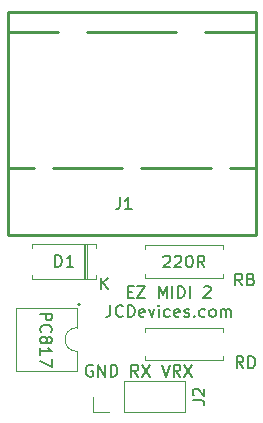
<source format=gbr>
%TF.GenerationSoftware,KiCad,Pcbnew,8.0.4*%
%TF.CreationDate,2024-08-02T21:44:17-04:00*%
%TF.ProjectId,MIDI-compatible,4d494449-2d63-46f6-9d70-617469626c65,rev?*%
%TF.SameCoordinates,Original*%
%TF.FileFunction,Legend,Top*%
%TF.FilePolarity,Positive*%
%FSLAX46Y46*%
G04 Gerber Fmt 4.6, Leading zero omitted, Abs format (unit mm)*
G04 Created by KiCad (PCBNEW 8.0.4) date 2024-08-02 21:44:17*
%MOMM*%
%LPD*%
G01*
G04 APERTURE LIST*
%ADD10C,0.150000*%
%ADD11C,0.120000*%
%ADD12C,0.250000*%
G04 APERTURE END LIST*
D10*
X166260588Y-109117438D02*
X166165350Y-109069819D01*
X166165350Y-109069819D02*
X166022493Y-109069819D01*
X166022493Y-109069819D02*
X165879636Y-109117438D01*
X165879636Y-109117438D02*
X165784398Y-109212676D01*
X165784398Y-109212676D02*
X165736779Y-109307914D01*
X165736779Y-109307914D02*
X165689160Y-109498390D01*
X165689160Y-109498390D02*
X165689160Y-109641247D01*
X165689160Y-109641247D02*
X165736779Y-109831723D01*
X165736779Y-109831723D02*
X165784398Y-109926961D01*
X165784398Y-109926961D02*
X165879636Y-110022200D01*
X165879636Y-110022200D02*
X166022493Y-110069819D01*
X166022493Y-110069819D02*
X166117731Y-110069819D01*
X166117731Y-110069819D02*
X166260588Y-110022200D01*
X166260588Y-110022200D02*
X166308207Y-109974580D01*
X166308207Y-109974580D02*
X166308207Y-109641247D01*
X166308207Y-109641247D02*
X166117731Y-109641247D01*
X166736779Y-110069819D02*
X166736779Y-109069819D01*
X166736779Y-109069819D02*
X167308207Y-110069819D01*
X167308207Y-110069819D02*
X167308207Y-109069819D01*
X167784398Y-110069819D02*
X167784398Y-109069819D01*
X167784398Y-109069819D02*
X168022493Y-109069819D01*
X168022493Y-109069819D02*
X168165350Y-109117438D01*
X168165350Y-109117438D02*
X168260588Y-109212676D01*
X168260588Y-109212676D02*
X168308207Y-109307914D01*
X168308207Y-109307914D02*
X168355826Y-109498390D01*
X168355826Y-109498390D02*
X168355826Y-109641247D01*
X168355826Y-109641247D02*
X168308207Y-109831723D01*
X168308207Y-109831723D02*
X168260588Y-109926961D01*
X168260588Y-109926961D02*
X168165350Y-110022200D01*
X168165350Y-110022200D02*
X168022493Y-110069819D01*
X168022493Y-110069819D02*
X167784398Y-110069819D01*
X170117731Y-110069819D02*
X169784398Y-109593628D01*
X169546303Y-110069819D02*
X169546303Y-109069819D01*
X169546303Y-109069819D02*
X169927255Y-109069819D01*
X169927255Y-109069819D02*
X170022493Y-109117438D01*
X170022493Y-109117438D02*
X170070112Y-109165057D01*
X170070112Y-109165057D02*
X170117731Y-109260295D01*
X170117731Y-109260295D02*
X170117731Y-109403152D01*
X170117731Y-109403152D02*
X170070112Y-109498390D01*
X170070112Y-109498390D02*
X170022493Y-109546009D01*
X170022493Y-109546009D02*
X169927255Y-109593628D01*
X169927255Y-109593628D02*
X169546303Y-109593628D01*
X170451065Y-109069819D02*
X171117731Y-110069819D01*
X171117731Y-109069819D02*
X170451065Y-110069819D01*
X172117732Y-109069819D02*
X172451065Y-110069819D01*
X172451065Y-110069819D02*
X172784398Y-109069819D01*
X173689160Y-110069819D02*
X173355827Y-109593628D01*
X173117732Y-110069819D02*
X173117732Y-109069819D01*
X173117732Y-109069819D02*
X173498684Y-109069819D01*
X173498684Y-109069819D02*
X173593922Y-109117438D01*
X173593922Y-109117438D02*
X173641541Y-109165057D01*
X173641541Y-109165057D02*
X173689160Y-109260295D01*
X173689160Y-109260295D02*
X173689160Y-109403152D01*
X173689160Y-109403152D02*
X173641541Y-109498390D01*
X173641541Y-109498390D02*
X173593922Y-109546009D01*
X173593922Y-109546009D02*
X173498684Y-109593628D01*
X173498684Y-109593628D02*
X173117732Y-109593628D01*
X174022494Y-109069819D02*
X174689160Y-110069819D01*
X174689160Y-109069819D02*
X174022494Y-110069819D01*
X172247160Y-99930057D02*
X172294779Y-99882438D01*
X172294779Y-99882438D02*
X172390017Y-99834819D01*
X172390017Y-99834819D02*
X172628112Y-99834819D01*
X172628112Y-99834819D02*
X172723350Y-99882438D01*
X172723350Y-99882438D02*
X172770969Y-99930057D01*
X172770969Y-99930057D02*
X172818588Y-100025295D01*
X172818588Y-100025295D02*
X172818588Y-100120533D01*
X172818588Y-100120533D02*
X172770969Y-100263390D01*
X172770969Y-100263390D02*
X172199541Y-100834819D01*
X172199541Y-100834819D02*
X172818588Y-100834819D01*
X173199541Y-99930057D02*
X173247160Y-99882438D01*
X173247160Y-99882438D02*
X173342398Y-99834819D01*
X173342398Y-99834819D02*
X173580493Y-99834819D01*
X173580493Y-99834819D02*
X173675731Y-99882438D01*
X173675731Y-99882438D02*
X173723350Y-99930057D01*
X173723350Y-99930057D02*
X173770969Y-100025295D01*
X173770969Y-100025295D02*
X173770969Y-100120533D01*
X173770969Y-100120533D02*
X173723350Y-100263390D01*
X173723350Y-100263390D02*
X173151922Y-100834819D01*
X173151922Y-100834819D02*
X173770969Y-100834819D01*
X174390017Y-99834819D02*
X174485255Y-99834819D01*
X174485255Y-99834819D02*
X174580493Y-99882438D01*
X174580493Y-99882438D02*
X174628112Y-99930057D01*
X174628112Y-99930057D02*
X174675731Y-100025295D01*
X174675731Y-100025295D02*
X174723350Y-100215771D01*
X174723350Y-100215771D02*
X174723350Y-100453866D01*
X174723350Y-100453866D02*
X174675731Y-100644342D01*
X174675731Y-100644342D02*
X174628112Y-100739580D01*
X174628112Y-100739580D02*
X174580493Y-100787200D01*
X174580493Y-100787200D02*
X174485255Y-100834819D01*
X174485255Y-100834819D02*
X174390017Y-100834819D01*
X174390017Y-100834819D02*
X174294779Y-100787200D01*
X174294779Y-100787200D02*
X174247160Y-100739580D01*
X174247160Y-100739580D02*
X174199541Y-100644342D01*
X174199541Y-100644342D02*
X174151922Y-100453866D01*
X174151922Y-100453866D02*
X174151922Y-100215771D01*
X174151922Y-100215771D02*
X174199541Y-100025295D01*
X174199541Y-100025295D02*
X174247160Y-99930057D01*
X174247160Y-99930057D02*
X174294779Y-99882438D01*
X174294779Y-99882438D02*
X174390017Y-99834819D01*
X175723350Y-100834819D02*
X175390017Y-100358628D01*
X175151922Y-100834819D02*
X175151922Y-99834819D01*
X175151922Y-99834819D02*
X175532874Y-99834819D01*
X175532874Y-99834819D02*
X175628112Y-99882438D01*
X175628112Y-99882438D02*
X175675731Y-99930057D01*
X175675731Y-99930057D02*
X175723350Y-100025295D01*
X175723350Y-100025295D02*
X175723350Y-100168152D01*
X175723350Y-100168152D02*
X175675731Y-100263390D01*
X175675731Y-100263390D02*
X175628112Y-100311009D01*
X175628112Y-100311009D02*
X175532874Y-100358628D01*
X175532874Y-100358628D02*
X175151922Y-100358628D01*
X161801180Y-104743524D02*
X162801180Y-104743524D01*
X162801180Y-104743524D02*
X162801180Y-105124476D01*
X162801180Y-105124476D02*
X162753561Y-105219714D01*
X162753561Y-105219714D02*
X162705942Y-105267333D01*
X162705942Y-105267333D02*
X162610704Y-105314952D01*
X162610704Y-105314952D02*
X162467847Y-105314952D01*
X162467847Y-105314952D02*
X162372609Y-105267333D01*
X162372609Y-105267333D02*
X162324990Y-105219714D01*
X162324990Y-105219714D02*
X162277371Y-105124476D01*
X162277371Y-105124476D02*
X162277371Y-104743524D01*
X161896419Y-106314952D02*
X161848800Y-106267333D01*
X161848800Y-106267333D02*
X161801180Y-106124476D01*
X161801180Y-106124476D02*
X161801180Y-106029238D01*
X161801180Y-106029238D02*
X161848800Y-105886381D01*
X161848800Y-105886381D02*
X161944038Y-105791143D01*
X161944038Y-105791143D02*
X162039276Y-105743524D01*
X162039276Y-105743524D02*
X162229752Y-105695905D01*
X162229752Y-105695905D02*
X162372609Y-105695905D01*
X162372609Y-105695905D02*
X162563085Y-105743524D01*
X162563085Y-105743524D02*
X162658323Y-105791143D01*
X162658323Y-105791143D02*
X162753561Y-105886381D01*
X162753561Y-105886381D02*
X162801180Y-106029238D01*
X162801180Y-106029238D02*
X162801180Y-106124476D01*
X162801180Y-106124476D02*
X162753561Y-106267333D01*
X162753561Y-106267333D02*
X162705942Y-106314952D01*
X162372609Y-106886381D02*
X162420228Y-106791143D01*
X162420228Y-106791143D02*
X162467847Y-106743524D01*
X162467847Y-106743524D02*
X162563085Y-106695905D01*
X162563085Y-106695905D02*
X162610704Y-106695905D01*
X162610704Y-106695905D02*
X162705942Y-106743524D01*
X162705942Y-106743524D02*
X162753561Y-106791143D01*
X162753561Y-106791143D02*
X162801180Y-106886381D01*
X162801180Y-106886381D02*
X162801180Y-107076857D01*
X162801180Y-107076857D02*
X162753561Y-107172095D01*
X162753561Y-107172095D02*
X162705942Y-107219714D01*
X162705942Y-107219714D02*
X162610704Y-107267333D01*
X162610704Y-107267333D02*
X162563085Y-107267333D01*
X162563085Y-107267333D02*
X162467847Y-107219714D01*
X162467847Y-107219714D02*
X162420228Y-107172095D01*
X162420228Y-107172095D02*
X162372609Y-107076857D01*
X162372609Y-107076857D02*
X162372609Y-106886381D01*
X162372609Y-106886381D02*
X162324990Y-106791143D01*
X162324990Y-106791143D02*
X162277371Y-106743524D01*
X162277371Y-106743524D02*
X162182133Y-106695905D01*
X162182133Y-106695905D02*
X161991657Y-106695905D01*
X161991657Y-106695905D02*
X161896419Y-106743524D01*
X161896419Y-106743524D02*
X161848800Y-106791143D01*
X161848800Y-106791143D02*
X161801180Y-106886381D01*
X161801180Y-106886381D02*
X161801180Y-107076857D01*
X161801180Y-107076857D02*
X161848800Y-107172095D01*
X161848800Y-107172095D02*
X161896419Y-107219714D01*
X161896419Y-107219714D02*
X161991657Y-107267333D01*
X161991657Y-107267333D02*
X162182133Y-107267333D01*
X162182133Y-107267333D02*
X162277371Y-107219714D01*
X162277371Y-107219714D02*
X162324990Y-107172095D01*
X162324990Y-107172095D02*
X162372609Y-107076857D01*
X161801180Y-108219714D02*
X161801180Y-107648286D01*
X161801180Y-107934000D02*
X162801180Y-107934000D01*
X162801180Y-107934000D02*
X162658323Y-107838762D01*
X162658323Y-107838762D02*
X162563085Y-107743524D01*
X162563085Y-107743524D02*
X162515466Y-107648286D01*
X162801180Y-108553048D02*
X162801180Y-109219714D01*
X162801180Y-109219714D02*
X161801180Y-108791143D01*
X169243810Y-102892065D02*
X169577143Y-102892065D01*
X169720000Y-103415875D02*
X169243810Y-103415875D01*
X169243810Y-103415875D02*
X169243810Y-102415875D01*
X169243810Y-102415875D02*
X169720000Y-102415875D01*
X170053334Y-102415875D02*
X170720000Y-102415875D01*
X170720000Y-102415875D02*
X170053334Y-103415875D01*
X170053334Y-103415875D02*
X170720000Y-103415875D01*
X171862858Y-103415875D02*
X171862858Y-102415875D01*
X171862858Y-102415875D02*
X172196191Y-103130160D01*
X172196191Y-103130160D02*
X172529524Y-102415875D01*
X172529524Y-102415875D02*
X172529524Y-103415875D01*
X173005715Y-103415875D02*
X173005715Y-102415875D01*
X173481905Y-103415875D02*
X173481905Y-102415875D01*
X173481905Y-102415875D02*
X173720000Y-102415875D01*
X173720000Y-102415875D02*
X173862857Y-102463494D01*
X173862857Y-102463494D02*
X173958095Y-102558732D01*
X173958095Y-102558732D02*
X174005714Y-102653970D01*
X174005714Y-102653970D02*
X174053333Y-102844446D01*
X174053333Y-102844446D02*
X174053333Y-102987303D01*
X174053333Y-102987303D02*
X174005714Y-103177779D01*
X174005714Y-103177779D02*
X173958095Y-103273017D01*
X173958095Y-103273017D02*
X173862857Y-103368256D01*
X173862857Y-103368256D02*
X173720000Y-103415875D01*
X173720000Y-103415875D02*
X173481905Y-103415875D01*
X174481905Y-103415875D02*
X174481905Y-102415875D01*
X175672381Y-102511113D02*
X175720000Y-102463494D01*
X175720000Y-102463494D02*
X175815238Y-102415875D01*
X175815238Y-102415875D02*
X176053333Y-102415875D01*
X176053333Y-102415875D02*
X176148571Y-102463494D01*
X176148571Y-102463494D02*
X176196190Y-102511113D01*
X176196190Y-102511113D02*
X176243809Y-102606351D01*
X176243809Y-102606351D02*
X176243809Y-102701589D01*
X176243809Y-102701589D02*
X176196190Y-102844446D01*
X176196190Y-102844446D02*
X175624762Y-103415875D01*
X175624762Y-103415875D02*
X176243809Y-103415875D01*
X167767619Y-104025819D02*
X167767619Y-104740104D01*
X167767619Y-104740104D02*
X167720000Y-104882961D01*
X167720000Y-104882961D02*
X167624762Y-104978200D01*
X167624762Y-104978200D02*
X167481905Y-105025819D01*
X167481905Y-105025819D02*
X167386667Y-105025819D01*
X168815238Y-104930580D02*
X168767619Y-104978200D01*
X168767619Y-104978200D02*
X168624762Y-105025819D01*
X168624762Y-105025819D02*
X168529524Y-105025819D01*
X168529524Y-105025819D02*
X168386667Y-104978200D01*
X168386667Y-104978200D02*
X168291429Y-104882961D01*
X168291429Y-104882961D02*
X168243810Y-104787723D01*
X168243810Y-104787723D02*
X168196191Y-104597247D01*
X168196191Y-104597247D02*
X168196191Y-104454390D01*
X168196191Y-104454390D02*
X168243810Y-104263914D01*
X168243810Y-104263914D02*
X168291429Y-104168676D01*
X168291429Y-104168676D02*
X168386667Y-104073438D01*
X168386667Y-104073438D02*
X168529524Y-104025819D01*
X168529524Y-104025819D02*
X168624762Y-104025819D01*
X168624762Y-104025819D02*
X168767619Y-104073438D01*
X168767619Y-104073438D02*
X168815238Y-104121057D01*
X169243810Y-105025819D02*
X169243810Y-104025819D01*
X169243810Y-104025819D02*
X169481905Y-104025819D01*
X169481905Y-104025819D02*
X169624762Y-104073438D01*
X169624762Y-104073438D02*
X169720000Y-104168676D01*
X169720000Y-104168676D02*
X169767619Y-104263914D01*
X169767619Y-104263914D02*
X169815238Y-104454390D01*
X169815238Y-104454390D02*
X169815238Y-104597247D01*
X169815238Y-104597247D02*
X169767619Y-104787723D01*
X169767619Y-104787723D02*
X169720000Y-104882961D01*
X169720000Y-104882961D02*
X169624762Y-104978200D01*
X169624762Y-104978200D02*
X169481905Y-105025819D01*
X169481905Y-105025819D02*
X169243810Y-105025819D01*
X170624762Y-104978200D02*
X170529524Y-105025819D01*
X170529524Y-105025819D02*
X170339048Y-105025819D01*
X170339048Y-105025819D02*
X170243810Y-104978200D01*
X170243810Y-104978200D02*
X170196191Y-104882961D01*
X170196191Y-104882961D02*
X170196191Y-104502009D01*
X170196191Y-104502009D02*
X170243810Y-104406771D01*
X170243810Y-104406771D02*
X170339048Y-104359152D01*
X170339048Y-104359152D02*
X170529524Y-104359152D01*
X170529524Y-104359152D02*
X170624762Y-104406771D01*
X170624762Y-104406771D02*
X170672381Y-104502009D01*
X170672381Y-104502009D02*
X170672381Y-104597247D01*
X170672381Y-104597247D02*
X170196191Y-104692485D01*
X171005715Y-104359152D02*
X171243810Y-105025819D01*
X171243810Y-105025819D02*
X171481905Y-104359152D01*
X171862858Y-105025819D02*
X171862858Y-104359152D01*
X171862858Y-104025819D02*
X171815239Y-104073438D01*
X171815239Y-104073438D02*
X171862858Y-104121057D01*
X171862858Y-104121057D02*
X171910477Y-104073438D01*
X171910477Y-104073438D02*
X171862858Y-104025819D01*
X171862858Y-104025819D02*
X171862858Y-104121057D01*
X172767619Y-104978200D02*
X172672381Y-105025819D01*
X172672381Y-105025819D02*
X172481905Y-105025819D01*
X172481905Y-105025819D02*
X172386667Y-104978200D01*
X172386667Y-104978200D02*
X172339048Y-104930580D01*
X172339048Y-104930580D02*
X172291429Y-104835342D01*
X172291429Y-104835342D02*
X172291429Y-104549628D01*
X172291429Y-104549628D02*
X172339048Y-104454390D01*
X172339048Y-104454390D02*
X172386667Y-104406771D01*
X172386667Y-104406771D02*
X172481905Y-104359152D01*
X172481905Y-104359152D02*
X172672381Y-104359152D01*
X172672381Y-104359152D02*
X172767619Y-104406771D01*
X173577143Y-104978200D02*
X173481905Y-105025819D01*
X173481905Y-105025819D02*
X173291429Y-105025819D01*
X173291429Y-105025819D02*
X173196191Y-104978200D01*
X173196191Y-104978200D02*
X173148572Y-104882961D01*
X173148572Y-104882961D02*
X173148572Y-104502009D01*
X173148572Y-104502009D02*
X173196191Y-104406771D01*
X173196191Y-104406771D02*
X173291429Y-104359152D01*
X173291429Y-104359152D02*
X173481905Y-104359152D01*
X173481905Y-104359152D02*
X173577143Y-104406771D01*
X173577143Y-104406771D02*
X173624762Y-104502009D01*
X173624762Y-104502009D02*
X173624762Y-104597247D01*
X173624762Y-104597247D02*
X173148572Y-104692485D01*
X174005715Y-104978200D02*
X174100953Y-105025819D01*
X174100953Y-105025819D02*
X174291429Y-105025819D01*
X174291429Y-105025819D02*
X174386667Y-104978200D01*
X174386667Y-104978200D02*
X174434286Y-104882961D01*
X174434286Y-104882961D02*
X174434286Y-104835342D01*
X174434286Y-104835342D02*
X174386667Y-104740104D01*
X174386667Y-104740104D02*
X174291429Y-104692485D01*
X174291429Y-104692485D02*
X174148572Y-104692485D01*
X174148572Y-104692485D02*
X174053334Y-104644866D01*
X174053334Y-104644866D02*
X174005715Y-104549628D01*
X174005715Y-104549628D02*
X174005715Y-104502009D01*
X174005715Y-104502009D02*
X174053334Y-104406771D01*
X174053334Y-104406771D02*
X174148572Y-104359152D01*
X174148572Y-104359152D02*
X174291429Y-104359152D01*
X174291429Y-104359152D02*
X174386667Y-104406771D01*
X174862858Y-104930580D02*
X174910477Y-104978200D01*
X174910477Y-104978200D02*
X174862858Y-105025819D01*
X174862858Y-105025819D02*
X174815239Y-104978200D01*
X174815239Y-104978200D02*
X174862858Y-104930580D01*
X174862858Y-104930580D02*
X174862858Y-105025819D01*
X175767619Y-104978200D02*
X175672381Y-105025819D01*
X175672381Y-105025819D02*
X175481905Y-105025819D01*
X175481905Y-105025819D02*
X175386667Y-104978200D01*
X175386667Y-104978200D02*
X175339048Y-104930580D01*
X175339048Y-104930580D02*
X175291429Y-104835342D01*
X175291429Y-104835342D02*
X175291429Y-104549628D01*
X175291429Y-104549628D02*
X175339048Y-104454390D01*
X175339048Y-104454390D02*
X175386667Y-104406771D01*
X175386667Y-104406771D02*
X175481905Y-104359152D01*
X175481905Y-104359152D02*
X175672381Y-104359152D01*
X175672381Y-104359152D02*
X175767619Y-104406771D01*
X176339048Y-105025819D02*
X176243810Y-104978200D01*
X176243810Y-104978200D02*
X176196191Y-104930580D01*
X176196191Y-104930580D02*
X176148572Y-104835342D01*
X176148572Y-104835342D02*
X176148572Y-104549628D01*
X176148572Y-104549628D02*
X176196191Y-104454390D01*
X176196191Y-104454390D02*
X176243810Y-104406771D01*
X176243810Y-104406771D02*
X176339048Y-104359152D01*
X176339048Y-104359152D02*
X176481905Y-104359152D01*
X176481905Y-104359152D02*
X176577143Y-104406771D01*
X176577143Y-104406771D02*
X176624762Y-104454390D01*
X176624762Y-104454390D02*
X176672381Y-104549628D01*
X176672381Y-104549628D02*
X176672381Y-104835342D01*
X176672381Y-104835342D02*
X176624762Y-104930580D01*
X176624762Y-104930580D02*
X176577143Y-104978200D01*
X176577143Y-104978200D02*
X176481905Y-105025819D01*
X176481905Y-105025819D02*
X176339048Y-105025819D01*
X177100953Y-105025819D02*
X177100953Y-104359152D01*
X177100953Y-104454390D02*
X177148572Y-104406771D01*
X177148572Y-104406771D02*
X177243810Y-104359152D01*
X177243810Y-104359152D02*
X177386667Y-104359152D01*
X177386667Y-104359152D02*
X177481905Y-104406771D01*
X177481905Y-104406771D02*
X177529524Y-104502009D01*
X177529524Y-104502009D02*
X177529524Y-105025819D01*
X177529524Y-104502009D02*
X177577143Y-104406771D01*
X177577143Y-104406771D02*
X177672381Y-104359152D01*
X177672381Y-104359152D02*
X177815238Y-104359152D01*
X177815238Y-104359152D02*
X177910477Y-104406771D01*
X177910477Y-104406771D02*
X177958096Y-104502009D01*
X177958096Y-104502009D02*
X177958096Y-105025819D01*
X165100000Y-103914580D02*
X165147619Y-103962200D01*
X165147619Y-103962200D02*
X165100000Y-104009819D01*
X165100000Y-104009819D02*
X165052381Y-103962200D01*
X165052381Y-103962200D02*
X165100000Y-103914580D01*
X165100000Y-103914580D02*
X165100000Y-104009819D01*
X179009523Y-109354819D02*
X178676190Y-108878628D01*
X178438095Y-109354819D02*
X178438095Y-108354819D01*
X178438095Y-108354819D02*
X178819047Y-108354819D01*
X178819047Y-108354819D02*
X178914285Y-108402438D01*
X178914285Y-108402438D02*
X178961904Y-108450057D01*
X178961904Y-108450057D02*
X179009523Y-108545295D01*
X179009523Y-108545295D02*
X179009523Y-108688152D01*
X179009523Y-108688152D02*
X178961904Y-108783390D01*
X178961904Y-108783390D02*
X178914285Y-108831009D01*
X178914285Y-108831009D02*
X178819047Y-108878628D01*
X178819047Y-108878628D02*
X178438095Y-108878628D01*
X179438095Y-109354819D02*
X179438095Y-108354819D01*
X179438095Y-108354819D02*
X179676190Y-108354819D01*
X179676190Y-108354819D02*
X179819047Y-108402438D01*
X179819047Y-108402438D02*
X179914285Y-108497676D01*
X179914285Y-108497676D02*
X179961904Y-108592914D01*
X179961904Y-108592914D02*
X180009523Y-108783390D01*
X180009523Y-108783390D02*
X180009523Y-108926247D01*
X180009523Y-108926247D02*
X179961904Y-109116723D01*
X179961904Y-109116723D02*
X179914285Y-109211961D01*
X179914285Y-109211961D02*
X179819047Y-109307200D01*
X179819047Y-109307200D02*
X179676190Y-109354819D01*
X179676190Y-109354819D02*
X179438095Y-109354819D01*
X174714819Y-112093333D02*
X175429104Y-112093333D01*
X175429104Y-112093333D02*
X175571961Y-112140952D01*
X175571961Y-112140952D02*
X175667200Y-112236190D01*
X175667200Y-112236190D02*
X175714819Y-112379047D01*
X175714819Y-112379047D02*
X175714819Y-112474285D01*
X174810057Y-111664761D02*
X174762438Y-111617142D01*
X174762438Y-111617142D02*
X174714819Y-111521904D01*
X174714819Y-111521904D02*
X174714819Y-111283809D01*
X174714819Y-111283809D02*
X174762438Y-111188571D01*
X174762438Y-111188571D02*
X174810057Y-111140952D01*
X174810057Y-111140952D02*
X174905295Y-111093333D01*
X174905295Y-111093333D02*
X175000533Y-111093333D01*
X175000533Y-111093333D02*
X175143390Y-111140952D01*
X175143390Y-111140952D02*
X175714819Y-111712380D01*
X175714819Y-111712380D02*
X175714819Y-111093333D01*
X168576666Y-94904819D02*
X168576666Y-95619104D01*
X168576666Y-95619104D02*
X168529047Y-95761961D01*
X168529047Y-95761961D02*
X168433809Y-95857200D01*
X168433809Y-95857200D02*
X168290952Y-95904819D01*
X168290952Y-95904819D02*
X168195714Y-95904819D01*
X169576666Y-95904819D02*
X169005238Y-95904819D01*
X169290952Y-95904819D02*
X169290952Y-94904819D01*
X169290952Y-94904819D02*
X169195714Y-95047676D01*
X169195714Y-95047676D02*
X169100476Y-95142914D01*
X169100476Y-95142914D02*
X169005238Y-95190533D01*
X178909523Y-102354819D02*
X178576190Y-101878628D01*
X178338095Y-102354819D02*
X178338095Y-101354819D01*
X178338095Y-101354819D02*
X178719047Y-101354819D01*
X178719047Y-101354819D02*
X178814285Y-101402438D01*
X178814285Y-101402438D02*
X178861904Y-101450057D01*
X178861904Y-101450057D02*
X178909523Y-101545295D01*
X178909523Y-101545295D02*
X178909523Y-101688152D01*
X178909523Y-101688152D02*
X178861904Y-101783390D01*
X178861904Y-101783390D02*
X178814285Y-101831009D01*
X178814285Y-101831009D02*
X178719047Y-101878628D01*
X178719047Y-101878628D02*
X178338095Y-101878628D01*
X179671428Y-101831009D02*
X179814285Y-101878628D01*
X179814285Y-101878628D02*
X179861904Y-101926247D01*
X179861904Y-101926247D02*
X179909523Y-102021485D01*
X179909523Y-102021485D02*
X179909523Y-102164342D01*
X179909523Y-102164342D02*
X179861904Y-102259580D01*
X179861904Y-102259580D02*
X179814285Y-102307200D01*
X179814285Y-102307200D02*
X179719047Y-102354819D01*
X179719047Y-102354819D02*
X179338095Y-102354819D01*
X179338095Y-102354819D02*
X179338095Y-101354819D01*
X179338095Y-101354819D02*
X179671428Y-101354819D01*
X179671428Y-101354819D02*
X179766666Y-101402438D01*
X179766666Y-101402438D02*
X179814285Y-101450057D01*
X179814285Y-101450057D02*
X179861904Y-101545295D01*
X179861904Y-101545295D02*
X179861904Y-101640533D01*
X179861904Y-101640533D02*
X179814285Y-101735771D01*
X179814285Y-101735771D02*
X179766666Y-101783390D01*
X179766666Y-101783390D02*
X179671428Y-101831009D01*
X179671428Y-101831009D02*
X179338095Y-101831009D01*
X163091905Y-100784819D02*
X163091905Y-99784819D01*
X163091905Y-99784819D02*
X163330000Y-99784819D01*
X163330000Y-99784819D02*
X163472857Y-99832438D01*
X163472857Y-99832438D02*
X163568095Y-99927676D01*
X163568095Y-99927676D02*
X163615714Y-100022914D01*
X163615714Y-100022914D02*
X163663333Y-100213390D01*
X163663333Y-100213390D02*
X163663333Y-100356247D01*
X163663333Y-100356247D02*
X163615714Y-100546723D01*
X163615714Y-100546723D02*
X163568095Y-100641961D01*
X163568095Y-100641961D02*
X163472857Y-100737200D01*
X163472857Y-100737200D02*
X163330000Y-100784819D01*
X163330000Y-100784819D02*
X163091905Y-100784819D01*
X164615714Y-100784819D02*
X164044286Y-100784819D01*
X164330000Y-100784819D02*
X164330000Y-99784819D01*
X164330000Y-99784819D02*
X164234762Y-99927676D01*
X164234762Y-99927676D02*
X164139524Y-100022914D01*
X164139524Y-100022914D02*
X164044286Y-100070533D01*
X166997095Y-102689819D02*
X166997095Y-101689819D01*
X167568523Y-102689819D02*
X167139952Y-102118390D01*
X167568523Y-101689819D02*
X166997095Y-102261247D01*
D11*
%TO.C,U1*%
X159730000Y-104284000D02*
X159730000Y-109584000D01*
X159730000Y-109584000D02*
X164930000Y-109584000D01*
X164930000Y-104284000D02*
X159730000Y-104284000D01*
X164930000Y-105934000D02*
X164930000Y-104284000D01*
X164930000Y-109584000D02*
X164930000Y-107934001D01*
X164930000Y-107934001D02*
G75*
G02*
X164930000Y-105933999I0J1000001D01*
G01*
%TO.C,RD*%
X170720000Y-105945000D02*
X170720000Y-106275000D01*
X170720000Y-108685000D02*
X170720000Y-108355000D01*
X177260000Y-105945000D02*
X170720000Y-105945000D01*
X177260000Y-106275000D02*
X177260000Y-105945000D01*
X177260000Y-108355000D02*
X177260000Y-108685000D01*
X177260000Y-108685000D02*
X170720000Y-108685000D01*
%TO.C,J2*%
X166325000Y-113090000D02*
X166325000Y-111760000D01*
X167655000Y-113090000D02*
X166325000Y-113090000D01*
X168925001Y-110430000D02*
X174064999Y-110430000D01*
X168925001Y-113090000D02*
X168925001Y-110430000D01*
X168925001Y-113090000D02*
X174064999Y-113090000D01*
X174064999Y-113090000D02*
X174064999Y-110430000D01*
D12*
%TO.C,J1*%
X159070000Y-79180000D02*
X159070000Y-98080000D01*
X159070000Y-80880000D02*
X163330000Y-80880000D01*
X159079999Y-92410000D02*
X161260000Y-92410000D01*
X160070000Y-98079999D02*
X159070000Y-98080000D01*
X162880000Y-92410000D02*
X168760000Y-92410000D01*
X165810000Y-80880000D02*
X173330000Y-80880000D01*
X170380000Y-92410000D02*
X176260000Y-92410000D01*
X175810000Y-80880000D02*
X180070000Y-80880000D01*
X177880000Y-92410000D02*
X180070000Y-92410000D01*
X180070000Y-79180000D02*
X159070000Y-79180000D01*
X180070000Y-79180000D02*
X180070000Y-98080000D01*
X180070000Y-98080000D02*
X160070000Y-98079999D01*
D11*
%TO.C,RB*%
X170720000Y-98960000D02*
X170720000Y-99290000D01*
X170720000Y-101700000D02*
X170720000Y-101370000D01*
X177260000Y-98960000D02*
X170720000Y-98960000D01*
X177260000Y-99290000D02*
X177260000Y-98960000D01*
X177260000Y-101370000D02*
X177260000Y-101700000D01*
X177260000Y-101700000D02*
X170720000Y-101700000D01*
%TO.C,D1*%
X161110000Y-98860000D02*
X161110000Y-99190000D01*
X161110000Y-101800000D02*
X161110000Y-101470000D01*
X165530000Y-101800000D02*
X165530000Y-98860000D01*
X165650000Y-101799999D02*
X165650000Y-98860001D01*
X165770000Y-101800000D02*
X165770000Y-98860000D01*
X166550000Y-99190000D02*
X166550001Y-98860000D01*
X166550000Y-101470000D02*
X166550001Y-101800000D01*
X166550001Y-98860000D02*
X161110000Y-98860000D01*
X166550001Y-101800000D02*
X161110000Y-101800000D01*
%TD*%
M02*

</source>
